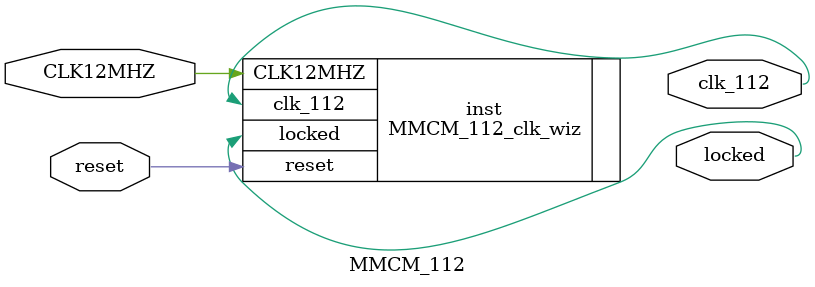
<source format=v>


`timescale 1ps/1ps

(* CORE_GENERATION_INFO = "MMCM_112,clk_wiz_v6_0_2_0_0,{component_name=MMCM_112,use_phase_alignment=false,use_min_o_jitter=false,use_max_i_jitter=false,use_dyn_phase_shift=false,use_inclk_switchover=false,use_dyn_reconfig=false,enable_axi=0,feedback_source=FDBK_AUTO,PRIMITIVE=MMCM,num_out_clk=1,clkin1_period=83.333,clkin2_period=10.0,use_power_down=false,use_reset=true,use_locked=true,use_inclk_stopped=false,feedback_type=SINGLE,CLOCK_MGR_TYPE=NA,manual_override=false}" *)

module MMCM_112 
 (
  // Clock out ports
  output        clk_112,
  // Status and control signals
  input         reset,
  output        locked,
 // Clock in ports
  input         CLK12MHZ
 );

  MMCM_112_clk_wiz inst
  (
  // Clock out ports  
  .clk_112(clk_112),
  // Status and control signals               
  .reset(reset), 
  .locked(locked),
 // Clock in ports
  .CLK12MHZ(CLK12MHZ)
  );

endmodule

</source>
